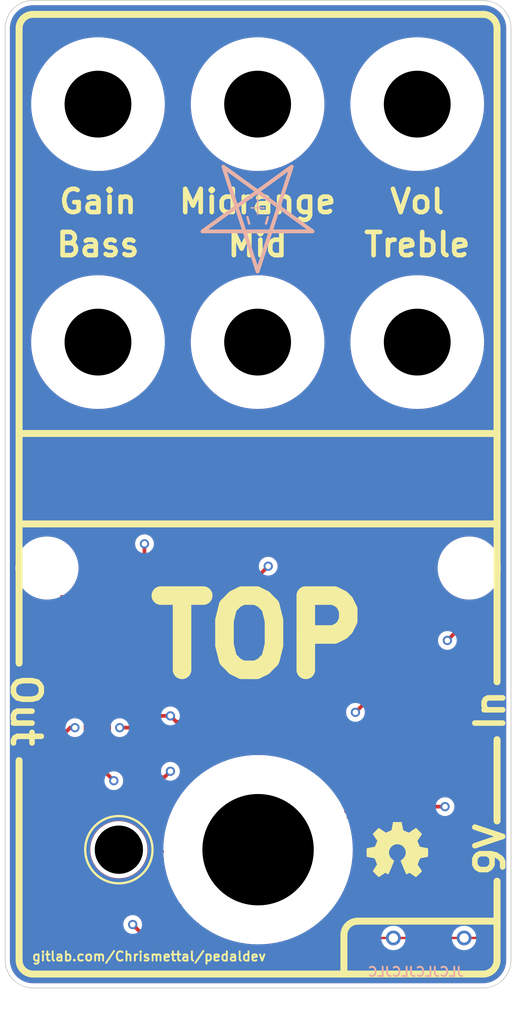
<source format=kicad_pcb>
(kicad_pcb (version 20211014) (generator pcbnew)
  (layers (0 "F.Cu" signal) (31 "B.Cu" signal) (34 "B.Paste" user) (35 "F.Paste" user) (36 "B.SilkS" user "B.Silkscreen") (37 "F.SilkS" user "F.Silkscreen") (38 "B.Mask" user) (39 "F.Mask" user) (44 "Edge.Cuts" user))
  (property "Commit" "Commit")
  (property "Link" "gitlab.com/Chrismettal/pedaldev")
  (property "Name" "Template")
  (net 0 "")
  (footprint "MeineBib:Binary_6_v0.1_tiny_silk" (layer "F.Cu") (at 167.9144 160.4512)
    (fp_text reference "H7" hide)
    (fp_text value "Symbol_Binary6" hide)
    (fp_text user "Binary-6" (at -2.0654 0.8) (layer "F.Cu") (effects (font (size 1.2 1.2) (thickness 0.2))))
    (fp_line (start 6.0706 -1.9812) (end 7 -1.9812) (layer "F.Cu") (width 0.25))
    (fp_line (start 7 -1.2192) (end 6.5786 -1.2192) (layer "F.Cu") (width 0.25))
    (fp_line (start 6.5786 -1.2192) (end 3.5306 1.8288) (layer "F.Cu") (width 0.25))
    (fp_line (start 1.2446 -0.9652) (end 3.7846 -0.9652) (layer "F.Cu") (width 0.25))
    (fp_line (start -3.8354 -0.9652) (end -1.2954 -0.9652) (layer "F.Cu") (width 0.25))
    (fp_line (start 5.0546 -0.9652) (end 6.0706 -1.9812) (layer "F.Cu") (width 0.25))
    (fp_line (start -3.8354 -0.9652) (end -5.6134 -0.9652) (layer "F.Cu") (width 0.25))
    (fp_line (start -5.6134 -0.9652) (end -8.4074 1.8288) (layer "F.Cu") (width 0.25))
    (fp_line (start 3.5306 1.8288) (end -8.4074 1.8288) (layer "F.Cu") (width 0.25))
    (fp_line (start -8.4074 1.8288) (end -8.8288 1.8288) (layer "F.Cu") (width 0.25))
    (fp_line (start 3.7846 -0.9652) (end 5.0546 -0.9652) (layer "F.Cu") (width 0.25))
    (pad "" thru_hole oval (at 3.7846 -0.9652) (size 1.6 1.6) (drill 1) (layers *.Cu *.Mask))
    (pad "" thru_hole circle (at -3.8354 -0.9652) (size 1.6 1.6) (drill 1) (layers *.Cu *.Mask))
    (pad "" smd roundrect (at 0.8446 -0.9652) (size 0.9 1.8) (layers "F.Cu" "F.Mask"))
    (pad "" smd roundrect (at -0.8954 -0.9652) (size 0.9 1.8) (layers "F.Cu" "F.Mask"))
  )
  (footprint "Symbol:OSHW-Symbol_6.7x6mm_SilkScreen" (layer "F.Cu") (at 164.5 149.975)
    (fp_text reference "REF**" hide)
    (fp_text value "OSHW-Symbol_6.7x6mm_SilkScreen" hide)
  )
  (footprint "MeineBib:Drill_LED5mm" (layer "F.Cu") (at 134.5 149.975)
    (fp_text reference "REF**" hide)
    (fp_text value "Drill_LED5mm" hide)
    (fp_circle (center 0 0) (end 3.325 0) (layer "F.Cu") (width 0.5) (fill none))
    (pad "" np_thru_hole circle (at 0 0) (size 7 7) (drill 0.762) (layers *.Mask))
    (pad "" np_thru_hole circle (at 0 0) (size 5.2 5.2) (drill 5.2) (layers *.Mask))
  )
  (footprint "MeineBib:Drill_9mmPot_7,2mm" (layer "F.Cu") (at 132.25 69.645)
    (fp_text reference "Gain" (at 0 10.5) (layer "F.SilkS") (effects (font (size 2.5 2.5) (thickness 0.5))))
    (fp_text value "Drill_9mmPot_7,2mm" hide)
    (pad "" np_thru_hole circle (at 0 0) (size 14 14) (drill 0.762) (layers *.Mask))
    (pad "" np_thru_hole circle (at 0 0) (size 7.2 7.2) (drill 7.2) (layers *.Mask) (clearance 3.6))
  )
  (footprint "MeineBib:EigenesMountingHole_3.2mm_M3_Small" (layer "F.Cu") (at 126.75 119.63)
    (fp_text reference "MK2" hide)
    (fp_text value "Mounting_Hole_M3" hide)
    (pad "" np_thru_hole circle (at 0 0) (size 3.2 3.2) (drill 3.2) (layers F&B.Cu *.Mask) (clearance 1.8))
  )
  (footprint "MeineBib:Drill_9mmPot_7,2mm" (layer "F.Cu") (at 149.45 95.285 180)
    (fp_text reference "Mid" (at 0 10.5 180) (layer "F.SilkS") (effects (font (size 2.5 2.5) (thickness 0.5))))
    (fp_text value "Drill_9mmPot_7,2mm" hide)
    (pad "" np_thru_hole circle (at 0 0 180) (size 7.2 7.2) (drill 7.2) (layers *.Mask) (clearance 3.6))
    (pad "" np_thru_hole circle (at 0 0 180) (size 14 14) (drill 0.762) (layers *.Mask))
  )
  (footprint "MeineBib:Drill_9mmPot_7,2mm" (layer "F.Cu") (at 166.65 95.285 180)
    (fp_text reference "Treble" (at 0 10.5 180) (layer "F.SilkS") (effects (font (size 2.5 2.5) (thickness 0.5))))
    (fp_text value "Drill_9mmPot_7,2mm" hide)
    (pad "" np_thru_hole circle (at 0 0 180) (size 14 14) (drill 0.762) (layers *.Mask))
    (pad "" np_thru_hole circle (at 0 0 180) (size 7.2 7.2) (drill 7.2) (layers *.Mask) (clearance 3.6))
  )
  (footprint "MeineBib:Drill_9mmPot_7,2mm" (layer "F.Cu") (at 166.65 69.645)
    (fp_text reference "Vol" (at 0 10.5) (layer "F.SilkS") (effects (font (size 2.5 2.5) (thickness 0.5))))
    (fp_text value "Drill_9mmPot_7,2mm" hide)
    (pad "" np_thru_hole circle (at 0 0) (size 14 14) (drill 0.762) (layers *.Mask))
    (pad "" np_thru_hole circle (at 0 0) (size 7.2 7.2) (drill 7.2) (layers *.Mask) (clearance 3.6))
  )
  (footprint "MeineBib:EigenesMountingHole_3.2mm_M3_Small" (layer "F.Cu") (at 172.25 119.63)
    (fp_text reference "MK2" hide)
    (fp_text value "Mounting_Hole_M3" hide)
    (pad "" np_thru_hole circle (at 0 0) (size 3.2 3.2) (drill 3.2) (layers F&B.Cu *.Mask) (clearance 1.8))
  )
  (footprint "MeineBib:Drill_FootSwitch_12mm" (layer "F.Cu") (at 149.5 149.975)
    (fp_text reference "REF**" hide)
    (fp_text value "Drill_FootSwitch_12mm" hide)
    (pad "" np_thru_hole circle (at 0 0) (size 12 12) (drill 12) (layers *.Mask) (clearance 4.2))
    (pad "" np_thru_hole circle (at 0 0) (size 20 20) (drill 0.762) (layers *.Mask) (clearance 4))
  )
  (footprint "MeineBib:Drill_9mmPot_7,2mm" (layer "F.Cu") (at 132.25 95.285 180)
    (fp_text reference "Bass" (at 0 10.5 180) (layer "F.SilkS") (effects (font (size 2.5 2.5) (thickness 0.5))))
    (fp_text value "Drill_9mmPot_7,2mm" hide)
    (pad "" np_thru_hole circle (at 0 0 180) (size 14 14) (drill 0.762) (layers *.Mask))
    (pad "" np_thru_hole circle (at 0 0 180) (size 7.2 7.2) (drill 7.2) (layers *.Mask) (clearance 3.6))
  )
  (footprint "MeineBib:Drill_9mmPot_7,2mm" (layer "F.Cu") (at 149.45 69.645)
    (fp_text reference "Midrange" (at 0 10.5) (layer "F.SilkS") (effects (font (size 2.5 2.5) (thickness 0.5))))
    (fp_text value "Drill_9mmPot_7,2mm" hide)
    (pad "" np_thru_hole circle (at 0 0) (size 14 14) (drill 0.762) (layers *.Mask))
    (pad "" np_thru_hole circle (at 0 0) (size 7.2 7.2) (drill 7.2) (layers *.Mask) (clearance 3.6))
  )
  (footprint "MeineBib:PentThin" (layer "B.Cu") (at 149.450706 81.622826 180)
    (fp_text reference "MK6" hide)
    (fp_text value "PentThin" hide)
  )
  (gr_line (start 175.25 161.875) (end 175.25 153.375) (layer "F.SilkS") (width 0.75))
  (gr_line (start 175.25 146.875) (end 175.25 138.125) (layer "F.SilkS") (width 0.75))
  (gr_line (start 160.25 157.675) (end 175.25 157.675) (layer "F.SilkS") (width 0.75))
  (gr_line (start 123.75 161.875) (end 123.75 140.375) (layer "F.SilkS") (width 0.75))
  (gr_arc (start 123.75 61.475) (mid 124.18934 60.41434) (end 125.25 59.975) (layer "F.SilkS") (width 0.75))
  (gr_line (start 123.75 61.475) (end 123.75 129.875) (layer "F.SilkS") (width 0.75))
  (gr_line (start 173.75 163.375) (end 125.25 163.375) (layer "F.SilkS") (width 0.75))
  (gr_arc (start 175.25 161.875) (mid 174.81066 162.93566) (end 173.75 163.375) (layer "F.SilkS") (width 0.75))
  (gr_line (start 125.25 59.975) (end 173.75 59.975) (layer "F.SilkS") (width 0.75))
  (gr_arc (start 173.75 59.975) (mid 174.81066 60.41434) (end 175.25 61.475) (layer "F.SilkS") (width 0.75))
  (gr_line (start 158.75 159.175) (end 158.75 163.375) (layer "F.SilkS") (width 0.75))
  (gr_arc (start 158.75 159.175) (mid 159.18934 158.11434) (end 160.25 157.675) (layer "F.SilkS") (width 0.75))
  (gr_arc (start 125.25 163.375) (mid 124.18934 162.93566) (end 123.75 161.875) (layer "F.SilkS") (width 0.75))
  (gr_line (start 175.25 105.13) (end 123.75 105.13) (layer "F.SilkS") (width 0.75))
  (gr_line (start 175.25 61.475) (end 175.25 131.875) (layer "F.SilkS") (width 0.75))
  (gr_line (start 123.75 114.875) (end 175.25 114.875) (layer "F.SilkS") (width 0.75))
  (gr_arc (start 125.25 164.875) (mid 123.12868 163.99632) (end 122.25 161.875) (layer "Edge.Cuts") (width 0.1))
  (gr_line (start 122.25 61.475) (end 122.25 161.875) (layer "Edge.Cuts") (width 0.1))
  (gr_arc (start 122.25 61.475) (mid 123.12868 59.35368) (end 125.25 58.475) (layer "Edge.Cuts") (width 0.1))
  (gr_arc (start 176.75 161.875) (mid 175.87132 163.99632) (end 173.75 164.875) (layer "Edge.Cuts") (width 0.1))
  (gr_line (start 173.75 164.875) (end 125.25 164.875) (layer "Edge.Cuts") (width 0.1))
  (gr_line (start 173.75 58.475) (end 125.25 58.475) (layer "Edge.Cuts") (width 0.1))
  (gr_line (start 176.75 161.875) (end 176.75 61.475) (layer "Edge.Cuts") (width 0.1))
  (gr_arc (start 173.75 58.475) (mid 175.87132 59.35368) (end 176.75 61.475) (layer "Edge.Cuts") (width 0.1))
  (gr_text "JLCJLCJLCJLC" (at 166.5 163.13) (layer "B.SilkS") (effects (font (size 1 1) (thickness 0.2)) (justify mirror)))
  (gr_text "9V" (at 174.5 149.975 90) (layer "F.SilkS") (effects (font (size 3 3) (thickness 0.6))))
  (gr_text "${Link}" (at 137.75 161.475) (layer "F.SilkS") (effects (font (size 1 1) (thickness 0.2))))
  (gr_text "Out" (at 124.5 134.975 270) (layer "F.SilkS") (effects (font (size 3 3) (thickness 0.6))))
  (gr_text "TOP" (at 149.5 127) (layer "F.SilkS") (effects (font (size 8 8) (thickness 2))))
  (gr_text "In" (at 174.5 134.975 90) (layer "F.SilkS") (effects (font (size 3 3) (thickness 0.6))))
  (segment (start 149.577 120.445) (end 150.593 119.429) (width 0.4) (layer "F.Cu") (net 0))
  (segment (start 130.908 124.509) (end 137.258 118.159) (width 0.4) (layer "F.Cu") (net 0))
  (segment (start 142.338 157.529) (end 142.338 161.847) (width 0.4) (layer "F.Cu") (net 0))
  (segment (start 140.052 141.527) (end 139.417 142.162) (width 0.4) (layer "F.Cu") (net 0))
  (segment (start 133.829 145.845) (end 131.543 143.559) (width 0.4) (layer "F.Cu") (net 0))
  (segment (start 139.417 142.162) (end 136.369 142.162) (width 0.4) (layer "F.Cu") (net 0))
  (segment (start 170.913 126.414) (end 169.897 127.43) (width 0.4) (layer "F.Cu") (net 0))
  (segment (start 142.973 162.228) (end 142.973 158.037) (width 0.4) (layer "F.Cu") (net 0))
  (segment (start 130.273 124.636) (end 130.273 130.224) (width 0.4) (layer "F.Cu") (net 0))
  (segment (start 140.687 121.207) (end 141.449 120.445) (width 0.4) (layer "F.Cu") (net 0))
  (segment (start 132.813 145.718) (end 133.067 145.972) (width 0.4) (layer "F.Cu") (net 0))
  (segment (start 124.558 141.527) (end 124.304 141.527) (width 0.4) (layer "F.Cu") (net 0))
  (segment (start 164.309 145.21) (end 166.976 142.543) (width 0.4) (layer "F.Cu") (net 0))
  (segment (start 166.976 133.526) (end 159.102 133.526) (width 0.4) (layer "F.Cu") (net 0))
  (segment (start 131.543 143.559) (end 131.543 124.763) (width 0.4) (layer "F.Cu") (net 0))
  (segment (start 166.976 142.543) (end 174.723 142.543) (width 0.4) (layer "F.Cu") (net 0))
  (segment (start 161.007 134.161) (end 167.23 134.161) (width 0.4) (layer "F.Cu") (net 0))
  (segment (start 129.765 136.828) (end 129.257 136.828) (width 0.4) (layer "F.Cu") (net 0))
  (segment (start 174.088 126.414) (end 166.976 133.526) (width 0.4) (layer "F.Cu") (net 0))
  (segment (start 129.257 136.828) (end 128.368 137.717) (width 0.4) (layer "F.Cu") (net 0))
  (segment (start 134.718 145.845) (end 136.75 145.845) (width 0.4) (layer "F.Cu") (net 0))
  (segment (start 132.178 125.017) (end 141.83 115.365) (width 0.4) (layer "F.Cu") (net 0))
  (segment (start 174.088 126.414) (end 170.913 126.414) (width 0.4) (layer "F.Cu") (net 0))
  (segment (start 136.623 136.828) (end 141.957 136.828) (width 0.4) (layer "F.Cu") (net 0))
  (segment (start 136.75 145.845) (end 139.163 148.258) (width 0.4) (layer "F.Cu") (net 0))
  (segment (start 141.957 136.828) (end 142.338 136.828) (width 0.4) (layer "F.Cu") (net 0))
  (segment (start 132.813 125.271) (end 132.813 141.4) (width 0.4) (layer "F.Cu") (net 0))
  (segment (start 134.591 136.828) (end 136.623 136.828) (width 0.4) (layer "F.Cu") (net 0))
  (segment (start 136.496 127.938) (end 136.496 125.398) (width 0.4) (layer "F.Cu") (net 0))
  (segment (start 124.304 141.527) (end 124.05 141.527) (width 0.4) (layer "F.Cu") (net 0))
  (segment (start 130.908 127.684) (end 130.908 143.813) (width 0.4) (layer "F.Cu") (net 0))
  (segment (start 167.23 143.178) (end 174.85 143.178) (width 0.4) (layer "F.Cu") (net 0))
  (segment (start 130.908 143.813) (end 132.813 145.718) (width 0.4) (layer "F.Cu") (net 0))
  (segment (start 128.368 132.129) (end 128.368 137.717) (width 0.4) (layer "F.Cu") (net 0))
  (segment (start 142.338 136.828) (end 143.481 137.971) (width 0.4) (layer "F.Cu") (net 0))
  (segment (start 141.449 120.445) (end 149.577 120.445) (width 0.4) (layer "F.Cu") (net 0))
  (segment (start 130.273 130.224) (end 128.368 132.129) (width 0.4) (layer "F.Cu") (net 0))
  (segment (start 174.723 142.543) (end 174.85 142.543) (width 0.4) (layer "F.Cu") (net 0))
  (segment (start 131.543 124.763) (end 140.941 115.365) (width 0.4) (layer "F.Cu") (net 0))
  (segment (start 142.719 115.365) (end 132.813 125.271) (width 0.4) (layer "F.Cu") (net 0))
  (segment (start 173.072 129.208) (end 172.7545 129.5255) (width 0.4) (layer "F.Cu") (net 0))
  (segment (start 137.258 118.032) (end 137.258 117.016) (width 0.4) (layer "F.Cu") (net 0))
  (segment (start 134.718 145.845) (end 132.178 143.305) (width 0.4) (layer "F.Cu") (net 0))
  (segment (start 137.893 135.558) (end 140.052 135.558) (width 0.4) (layer "F.Cu") (net 0))
  (segment (start 140.687 159.18) (end 140.433 159.434) (width 0.4) (layer "F.Cu") (net 0))
  (segment (start 128.368 122.731) (end 130.273 124.636) (width 0.4) (layer "F.Cu") (net 0))
  (segment (start 138.655 149.655) (end 139.163 150.163) (width 0.4) (layer "F.Cu") (net 0))
  (segment (start 141.703 161.593) (end 140.56 162.736) (width 0.4) (layer "F.Cu") (net 0))
  (segment (start 140.687 136.193) (end 140.052 135.558) (width 0.4) (layer "F.Cu") (net 0))
  (segment (start 138.528 150.3535) (end 139.163 150.9885) (width 0.4) (layer "F.Cu") (net 0))
  (segment (start 137.893 159.434) (end 137.385 159.434) (width 0.4) (layer "F.Cu") (net 0))
  (segment (start 159.229 146.48) (end 164.817 146.48) (width 0.4) (layer "F.Cu") (net 0))
  (segment (start 142.338 161.847) (end 141.449 162.736) (width 0.4) (layer "F.Cu") (net 0))
  (segment (start 158.975 145.845) (end 164.563 145.845) (width 0.4) (layer "F.Cu") (net 0))
  (segment (start 143.481 137.971) (end 147.672 137.971) (width 0.4) (layer "F.Cu") (net 0))
  (segment (start 140.433 159.434) (end 137.893 159.434) (width 0.4) (layer "F.Cu") (net 0))
  (segment (start 158.721 145.21) (end 164.309 145.21) (width 0.4) (layer "F.Cu") (net 0))
  (segment (start 141.068 158.799) (end 140.687 159.18) (width 0.4) (layer "F.Cu") (net 0))
  (segment (start 164.563 145.845) (end 167.23 143.178) (width 0.4) (layer "F.Cu") (net 0))
  (segment (start 174.85 125.652) (end 174.088 126.414) (width 0.4) (layer "F.Cu") (net 0))
  (segment (start 165.452 136.828) (end 172.7545 129.5255) (width 0.4) (layer "F.Cu") (net 0))
  (segment (start 174.85 129.208) (end 173.072 129.208) (width 0.4) (layer "F.Cu") (net 0))
  (segment (start 159.991 135.177) (end 161.007 134.161) (width 0.4) (layer "F.Cu") (net 0))
  (segment (start 164.817 146.48) (end 165.96 145.337) (width 0.4) (layer "F.Cu") (net 0))
  (segment (start 141.703 156.894) (end 141.703 161.593) (width 0.4) (layer "F.Cu") (net 0))
  (segment (start 156.435 136.193) (end 140.687 136.193) (width 0.4) (layer "F.Cu") (net 0))
  (segment (start 132.813 141.4) (end 133.956 142.543) (width 0.4) (layer "F.Cu") (net 0))
  (segment (start 137.258 118.159) (end 137.258 118.032) (width 0.4) (layer "F.Cu") (net 0))
  (segment (start 159.102 133.526) (end 156.435 136.193) (width 0.4) (layer "F.Cu") (net 0))
  (segment (start 132.178 143.305) (end 132.178 142.67) (width 0.4) (layer "F.Cu") (net 0))
  (segment (start 147.672 137.971) (end 148.815 136.828) (width 0.4) (layer "F.Cu") (net 0))
  (segment (start 142.338 162.863) (end 142.973 162.228) (width 0.4) (layer "F.Cu") (net 0))
  (segment (start 141.068 156.005) (end 141.068 158.799) (width 0.4) (layer "F.Cu") (net 0))
  (segment (start 148.815 136.828) (end 165.452 136.828) (width 0.4) (layer "F.Cu") (net 0))
  (segment (start 137.385 159.434) (end 135.988 158.037) (width 0.4) (layer "F.Cu") (net 0))
  (segment (start 165.96 145.337) (end 169.643 145.337) (width 0.4) (layer "F.Cu") (net 0))
  (segment (start 136.623 136.828) (end 137.893 135.558) (width 0.4) (layer "F.Cu") (net 0))
  (segment (start 136.496 125.398) (end 138.147 123.747) (width 0.4) (layer "F.Cu") (net 0))
  (segment (start 128.368 137.717) (end 124.558 141.527) (width 0.4) (layer "F.Cu") (net 0))
  (segment (start 136.369 142.162) (end 133.448 139.241) (width 0.4) (layer "F.Cu") (net 0))
  (segment (start 133.448 130.986) (end 136.496 127.938) (width 0.4) (layer "F.Cu") (net 0))
  (segment (start 130.908 124.509) (end 130.908 127.684) (width 0.4) (layer "F.Cu") (net 0))
  (segment (start 132.178 142.67) (end 132.178 125.017) (width 0.4) (layer "F.Cu") (net 0))
  (segment (start 133.448 139.241) (end 133.448 130.986) (width 0.4) (layer "F.Cu") (net 0))
  (segment (start 167.23 134.161) (end 174.85 126.541) (width 0.4) (layer "F.Cu") (net 0))
  (via (at 140.052 135.558) (size 1) (drill 0.6) (layers "F.Cu" "B.Cu") (net 0))
  (via (at 134.591 136.828) (size 1) (drill 0.6) (layers "F.Cu" "B.Cu") (net 0))
  (via (at 133.956 142.543) (size 1) (drill 0.6) (layers "F.Cu" "B.Cu") (net 0))
  (via (at 169.643 145.337) (size 1) (drill 0.6) (layers "F.Cu" "B.Cu") (net 0))
  (via (at 129.765 136.828) (size 1) (drill 0.6) (layers "F.Cu" "B.Cu") (net 0))
  (via (at 169.897 127.43) (size 1) (drill 0.6) (layers "F.Cu" "B.Cu") (net 0))
  (via (at 137.258 117.016) (size 1) (drill 0.6) (layers "F.Cu" "B.Cu") (net 0))
  (via (at 150.593 119.429) (size 1) (drill 0.6) (layers "F.Cu" "B.Cu") (net 0))
  (via (at 159.991 135.177) (size 1) (drill 0.6) (layers "F.Cu" "B.Cu") (net 0))
  (via (at 140.052 141.527) (size 1) (drill 0.6) (layers "F.Cu" "B.Cu") (net 0))
  (via (at 135.988 158.037) (size 1) (drill 0.6) (layers "F.Cu" "B.Cu") (net 0))
  (zone (net 0) (net_name "") (layers F&B.Cu) (connect_pads (clearance 0.508)) (min_thickness 0.254) (fill yes (thermal_gap 0.508) (thermal_bridge_width 0.508))
    (polygon (pts (xy 176.742 164.84) (xy 122.266 164.84) (xy 122.266 58.491) (xy 176.742 58.491)))
  )
  (zone (net 0) (net_name "") (layer "F.Cu") (connect_pads (clearance 0)) (min_thickness 0.254)
    (keepout (tracks allowed) (vias allowed) (pads allowed) (copperpour not_allowed) (footprints allowed))
    (fill (thermal_gap 0.508) (thermal_bridge_width 0.508))
    (polygon (pts (xy 174.89 163.015) (xy 159.12 163.015) (xy 159.12 158.045) (xy 174.89 158.045)))
  )
)
</source>
